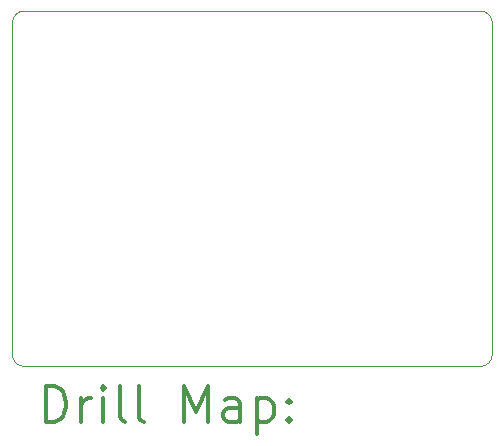
<source format=gbr>
%FSLAX45Y45*%
G04 Gerber Fmt 4.5, Leading zero omitted, Abs format (unit mm)*
G04 Created by KiCad (PCBNEW (5.1.4-0-10_14)) date 2019-08-17 10:20:59*
%MOMM*%
%LPD*%
G04 APERTURE LIST*
%ADD10C,0.050000*%
%ADD11C,0.200000*%
%ADD12C,0.300000*%
G04 APERTURE END LIST*
D10*
X23114000Y-11328400D02*
G75*
G02X23012400Y-11430000I-101600J0D01*
G01*
X19050000Y-8521700D02*
G75*
G02X19151600Y-8420100I101600J0D01*
G01*
X19151600Y-11430000D02*
G75*
G02X19050000Y-11328400I0J101600D01*
G01*
X23012400Y-8420100D02*
G75*
G02X23114000Y-8521700I0J-101600D01*
G01*
X19151600Y-8420100D02*
X23012400Y-8420100D01*
X19050000Y-11328400D02*
X19050000Y-8521700D01*
X23012400Y-11430000D02*
X19151600Y-11430000D01*
X23114000Y-8521700D02*
X23114000Y-11328400D01*
D11*
D12*
X19333928Y-11898214D02*
X19333928Y-11598214D01*
X19405357Y-11598214D01*
X19448214Y-11612500D01*
X19476786Y-11641071D01*
X19491071Y-11669643D01*
X19505357Y-11726786D01*
X19505357Y-11769643D01*
X19491071Y-11826786D01*
X19476786Y-11855357D01*
X19448214Y-11883929D01*
X19405357Y-11898214D01*
X19333928Y-11898214D01*
X19633928Y-11898214D02*
X19633928Y-11698214D01*
X19633928Y-11755357D02*
X19648214Y-11726786D01*
X19662500Y-11712500D01*
X19691071Y-11698214D01*
X19719643Y-11698214D01*
X19819643Y-11898214D02*
X19819643Y-11698214D01*
X19819643Y-11598214D02*
X19805357Y-11612500D01*
X19819643Y-11626786D01*
X19833928Y-11612500D01*
X19819643Y-11598214D01*
X19819643Y-11626786D01*
X20005357Y-11898214D02*
X19976786Y-11883929D01*
X19962500Y-11855357D01*
X19962500Y-11598214D01*
X20162500Y-11898214D02*
X20133928Y-11883929D01*
X20119643Y-11855357D01*
X20119643Y-11598214D01*
X20505357Y-11898214D02*
X20505357Y-11598214D01*
X20605357Y-11812500D01*
X20705357Y-11598214D01*
X20705357Y-11898214D01*
X20976786Y-11898214D02*
X20976786Y-11741071D01*
X20962500Y-11712500D01*
X20933928Y-11698214D01*
X20876786Y-11698214D01*
X20848214Y-11712500D01*
X20976786Y-11883929D02*
X20948214Y-11898214D01*
X20876786Y-11898214D01*
X20848214Y-11883929D01*
X20833928Y-11855357D01*
X20833928Y-11826786D01*
X20848214Y-11798214D01*
X20876786Y-11783929D01*
X20948214Y-11783929D01*
X20976786Y-11769643D01*
X21119643Y-11698214D02*
X21119643Y-11998214D01*
X21119643Y-11712500D02*
X21148214Y-11698214D01*
X21205357Y-11698214D01*
X21233928Y-11712500D01*
X21248214Y-11726786D01*
X21262500Y-11755357D01*
X21262500Y-11841071D01*
X21248214Y-11869643D01*
X21233928Y-11883929D01*
X21205357Y-11898214D01*
X21148214Y-11898214D01*
X21119643Y-11883929D01*
X21391071Y-11869643D02*
X21405357Y-11883929D01*
X21391071Y-11898214D01*
X21376786Y-11883929D01*
X21391071Y-11869643D01*
X21391071Y-11898214D01*
X21391071Y-11712500D02*
X21405357Y-11726786D01*
X21391071Y-11741071D01*
X21376786Y-11726786D01*
X21391071Y-11712500D01*
X21391071Y-11741071D01*
M02*

</source>
